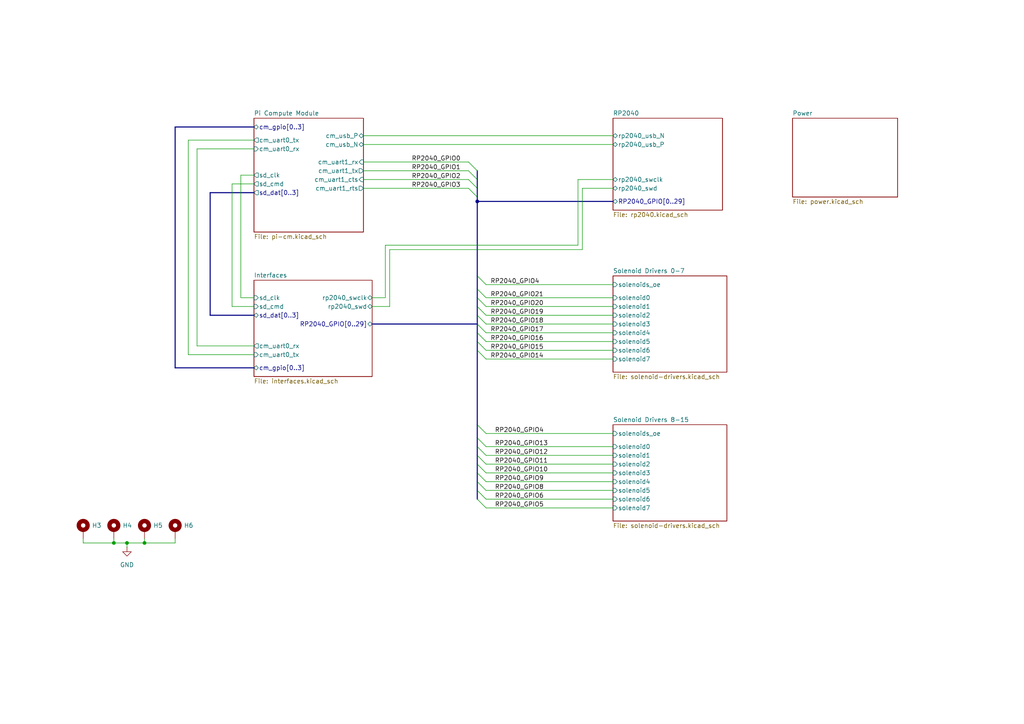
<source format=kicad_sch>
(kicad_sch (version 20250114) (generator "eeschema") (generator_version "9.0")
  (paper "A4")
  (title_block (title "Selectric Typewriter Printer") (company "Dr. Konstantin Schauwecker"))
  (lib_symbols
    (symbol "Mechanical:MountingHole_Pad" (pin_numbers (hide yes)) (pin_names (offset 1.016) (hide yes)) (in_bom no)
      (property "Reference" "H" (at 0 6.35 0))
      (property "Value" "MountingHole_Pad" (at 0 4.445 0))
      (symbol "MountingHole_Pad_0_1"
        (circle (center 0 1.27) (radius 1.27) (stroke (width 1.27)))
      )
      (symbol "MountingHole_Pad_1_1"
        (pin input line (at 0 -2.54 90) (length 2.54) (name "1") (number "1"))
      )
    )
    (symbol "power:GND" (power) (pin_numbers (hide yes)) (pin_names (offset 0) (hide yes))
      (property "Value" "GND" (at 0 -3.81 0))
      (symbol "GND_0_1"
        (polyline (pts (xy 0 0) (xy 0 -1.27) (xy 1.27 -1.27) (xy 0 -2.54) (xy -1.27 -1.27) (xy 0 -1.27)))
      )
      (symbol "GND_1_1"
        (pin power_in line (at 0 0 270) (length 0) (name "~") (number "1"))
      )
    )
  )
  (junction (at 36.83 157.48))
  (junction (at 41.91 157.48))
  (junction (at 138.43 58.42))
  (junction (at 33.02 157.48))
  (bus_entry (at 138.43 86.36) (size 2.54 2.54))
  (bus_entry (at 138.43 127) (size 2.54 2.54))
  (bus_entry (at 138.43 96.52) (size 2.54 2.54))
  (bus_entry (at 138.43 137.16) (size 2.54 2.54))
  (bus_entry (at 138.43 80.01) (size 2.54 2.54))
  (bus_entry (at 138.43 123.19) (size 2.54 2.54))
  (bus_entry (at 138.43 83.82) (size 2.54 2.54))
  (bus_entry (at 138.43 88.9) (size 2.54 2.54))
  (bus_entry (at 138.43 142.24) (size 2.54 2.54))
  (bus_entry (at 138.43 93.98) (size 2.54 2.54))
  (bus_entry (at 138.43 49.53) (size -2.54 -2.54))
  (bus_entry (at 138.43 99.06) (size 2.54 2.54))
  (bus_entry (at 138.43 91.44) (size 2.54 2.54))
  (bus_entry (at 138.43 129.54) (size 2.54 2.54))
  (bus_entry (at 138.43 54.61) (size -2.54 -2.54))
  (bus_entry (at 138.43 134.62) (size 2.54 2.54))
  (bus_entry (at 138.43 132.08) (size 2.54 2.54))
  (bus_entry (at 138.43 52.07) (size -2.54 -2.54))
  (bus_entry (at 138.43 139.7) (size 2.54 2.54))
  (bus_entry (at 138.43 144.78) (size 2.54 2.54))
  (bus_entry (at 138.43 101.6) (size 2.54 2.54))
  (bus_entry (at 138.43 57.15) (size -2.54 -2.54))
  (bus (pts (xy 138.43 129.54) (xy 138.43 127)))
  (wire (pts (xy 140.97 93.98) (xy 177.8 93.98)))
  (bus (pts (xy 138.43 52.07) (xy 138.43 54.61)))
  (bus (pts (xy 138.43 101.6) (xy 138.43 99.06)))
  (bus (pts (xy 138.43 96.52) (xy 138.43 93.98)))
  (bus (pts (xy 60.96 91.44) (xy 73.66 91.44)))
  (bus (pts (xy 50.8 36.83) (xy 73.66 36.83)))
  (wire (pts (xy 41.91 156.21) (xy 41.91 157.48)))
  (bus (pts (xy 138.43 88.9) (xy 138.43 86.36)))
  (bus (pts (xy 50.8 106.68) (xy 50.8 36.83)))
  (bus (pts (xy 138.43 58.42) (xy 177.8 58.42)))
  (wire (pts (xy 36.83 157.48) (xy 36.83 158.75)))
  (wire (pts (xy 111.76 86.36) (xy 107.95 86.36)))
  (wire (pts (xy 140.97 137.16) (xy 177.8 137.16)))
  (wire (pts (xy 140.97 142.24) (xy 177.8 142.24)))
  (wire (pts (xy 105.41 52.07) (xy 135.89 52.07)))
  (wire (pts (xy 140.97 99.06) (xy 177.8 99.06)))
  (bus (pts (xy 73.66 55.88) (xy 60.96 55.88)))
  (wire (pts (xy 168.91 54.61) (xy 168.91 72.39)))
  (wire (pts (xy 140.97 129.54) (xy 177.8 129.54)))
  (wire (pts (xy 140.97 86.36) (xy 177.8 86.36)))
  (bus (pts (xy 138.43 49.53) (xy 138.43 52.07)))
  (wire (pts (xy 54.61 40.64) (xy 54.61 102.87)))
  (wire (pts (xy 24.13 157.48) (xy 33.02 157.48)))
  (wire (pts (xy 140.97 132.08) (xy 177.8 132.08)))
  (wire (pts (xy 140.97 96.52) (xy 177.8 96.52)))
  (bus (pts (xy 138.43 58.42) (xy 138.43 80.01)))
  (bus (pts (xy 138.43 137.16) (xy 138.43 134.62)))
  (wire (pts (xy 140.97 134.62) (xy 177.8 134.62)))
  (bus (pts (xy 138.43 123.19) (xy 138.43 101.6)))
  (wire (pts (xy 73.66 40.64) (xy 54.61 40.64)))
  (wire (pts (xy 67.31 88.9) (xy 67.31 53.34)))
  (wire (pts (xy 57.15 100.33) (xy 73.66 100.33)))
  (bus (pts (xy 138.43 142.24) (xy 138.43 139.7)))
  (wire (pts (xy 140.97 88.9) (xy 177.8 88.9)))
  (wire (pts (xy 177.8 54.61) (xy 168.91 54.61)))
  (wire (pts (xy 140.97 139.7) (xy 177.8 139.7)))
  (wire (pts (xy 111.76 71.12) (xy 111.76 86.36)))
  (wire (pts (xy 140.97 82.55) (xy 177.8 82.55)))
  (wire (pts (xy 54.61 102.87) (xy 73.66 102.87)))
  (wire (pts (xy 105.41 39.37) (xy 177.8 39.37)))
  (wire (pts (xy 140.97 144.78) (xy 177.8 144.78)))
  (wire (pts (xy 140.97 101.6) (xy 177.8 101.6)))
  (wire (pts (xy 105.41 46.99) (xy 135.89 46.99)))
  (bus (pts (xy 138.43 57.15) (xy 138.43 58.42)))
  (wire (pts (xy 67.31 53.34) (xy 73.66 53.34)))
  (wire (pts (xy 113.03 88.9) (xy 107.95 88.9)))
  (wire (pts (xy 177.8 52.07) (xy 167.64 52.07)))
  (wire (pts (xy 57.15 43.18) (xy 57.15 100.33)))
  (wire (pts (xy 69.85 86.36) (xy 73.66 86.36)))
  (wire (pts (xy 140.97 104.14) (xy 177.8 104.14)))
  (wire (pts (xy 36.83 157.48) (xy 41.91 157.48)))
  (wire (pts (xy 140.97 91.44) (xy 177.8 91.44)))
  (bus (pts (xy 138.43 83.82) (xy 138.43 80.01)))
  (wire (pts (xy 140.97 125.73) (xy 177.8 125.73)))
  (wire (pts (xy 50.8 157.48) (xy 50.8 156.21)))
  (bus (pts (xy 138.43 86.36) (xy 138.43 83.82)))
  (bus (pts (xy 138.43 132.08) (xy 138.43 129.54)))
  (wire (pts (xy 24.13 156.21) (xy 24.13 157.48)))
  (bus (pts (xy 138.43 139.7) (xy 138.43 137.16)))
  (bus (pts (xy 107.95 93.98) (xy 138.43 93.98)))
  (wire (pts (xy 140.97 147.32) (xy 177.8 147.32)))
  (wire (pts (xy 105.41 54.61) (xy 135.89 54.61)))
  (wire (pts (xy 41.91 157.48) (xy 50.8 157.48)))
  (bus (pts (xy 138.43 127) (xy 138.43 123.19)))
  (wire (pts (xy 73.66 43.18) (xy 57.15 43.18)))
  (wire (pts (xy 167.64 71.12) (xy 111.76 71.12)))
  (bus (pts (xy 138.43 134.62) (xy 138.43 132.08)))
  (wire (pts (xy 168.91 72.39) (xy 113.03 72.39)))
  (wire (pts (xy 69.85 50.8) (xy 69.85 86.36)))
  (wire (pts (xy 73.66 88.9) (xy 67.31 88.9)))
  (bus (pts (xy 60.96 55.88) (xy 60.96 91.44)))
  (bus (pts (xy 138.43 99.06) (xy 138.43 96.52)))
  (wire (pts (xy 105.41 41.91) (xy 177.8 41.91)))
  (bus (pts (xy 138.43 54.61) (xy 138.43 57.15)))
  (bus (pts (xy 138.43 91.44) (xy 138.43 88.9)))
  (wire (pts (xy 33.02 156.21) (xy 33.02 157.48)))
  (wire (pts (xy 73.66 50.8) (xy 69.85 50.8)))
  (bus (pts (xy 138.43 144.78) (xy 138.43 142.24)))
  (bus (pts (xy 138.43 93.98) (xy 138.43 91.44)))
  (wire (pts (xy 33.02 157.48) (xy 36.83 157.48)))
  (wire (pts (xy 113.03 72.39) (xy 113.03 88.9)))
  (wire (pts (xy 105.41 49.53) (xy 135.89 49.53)))
  (bus (pts (xy 73.66 106.68) (xy 50.8 106.68)))
  (wire (pts (xy 167.64 52.07) (xy 167.64 71.12)))
  (label "RP2040_GPIO8" (at 143.51 142.24 0))
  (label "RP2040_GPIO9" (at 143.51 139.7 0))
  (label "RP2040_GPIO5" (at 143.51 147.32 0))
  (label "RP2040_GPIO18" (at 142.24 93.98 0))
  (label "RP2040_GPIO20" (at 142.24 88.9 0))
  (label "RP2040_GPIO11" (at 143.51 134.62 0))
  (label "RP2040_GPIO13" (at 143.51 129.54 0))
  (label "RP2040_GPIO2" (at 119.38 52.07 0))
  (label "RP2040_GPIO10" (at 143.51 137.16 0))
  (label "RP2040_GPIO14" (at 142.24 104.14 0))
  (label "RP2040_GPIO17" (at 142.24 96.52 0))
  (label "RP2040_GPIO0" (at 119.38 46.99 0))
  (label "RP2040_GPIO21" (at 142.24 86.36 0))
  (label "RP2040_GPIO16" (at 142.24 99.06 0))
  (label "RP2040_GPIO6" (at 143.51 144.78 0))
  (label "RP2040_GPIO12" (at 143.51 132.08 0))
  (label "RP2040_GPIO1" (at 119.38 49.53 0))
  (label "RP2040_GPIO4" (at 143.51 125.73 0))
  (label "RP2040_GPIO4" (at 142.24 82.55 0))
  (label "RP2040_GPIO3" (at 119.38 54.61 0))
  (label "RP2040_GPIO15" (at 142.24 101.6 0))
  (label "RP2040_GPIO19" (at 142.24 91.44 0))
  (symbol (lib_id "Mechanical:MountingHole_Pad") (at 50.8 153.67 0) (unit 1) (in_bom no)
    (property "Reference" "H6" (at 53.34 152.3999 0) (effects (justify left)))
    (property "Value" "MountingHole_Pad" (effects (hide yes)))
    (property "Footprint" "MountingHole:MountingHole_3.2mm_M3_Pad" (effects (hide yes)))
    (property "Description" "Mounting Hole with connection" (effects (hide yes)))
  )
  (symbol (lib_id "Mechanical:MountingHole_Pad") (at 33.02 153.67 0) (unit 1) (in_bom no)
    (property "Reference" "H4" (at 35.56 152.3999 0) (effects (justify left)))
    (property "Value" "MountingHole_Pad" (effects (hide yes)))
    (property "Footprint" "MountingHole:MountingHole_3.2mm_M3_Pad" (effects (hide yes)))
    (property "Description" "Mounting Hole with connection" (effects (hide yes)))
  )
  (symbol (lib_id "Mechanical:MountingHole_Pad") (at 24.13 153.67 0) (unit 1) (in_bom no)
    (property "Reference" "H3" (at 26.67 152.3999 0) (effects (justify left)))
    (property "Value" "MountingHole_Pad" (effects (hide yes)))
    (property "Footprint" "MountingHole:MountingHole_3.2mm_M3_Pad" (effects (hide yes)))
    (property "Description" "Mounting Hole with connection" (effects (hide yes)))
  )
  (symbol (lib_id "power:GND") (at 36.83 158.75 0) (unit 1)
    (property "Reference" "#PWR096" (effects (hide yes)))
    (property "Value" "GND" (at 36.83 163.83 0))
    (property "Description" "Power symbol creates a global label with name \"GND\" , ground" (effects (hide yes)))
  )
  (symbol (lib_id "Mechanical:MountingHole_Pad") (at 41.91 153.67 0) (unit 1) (in_bom no)
    (property "Reference" "H5" (at 44.45 152.3999 0) (effects (justify left)))
    (property "Value" "MountingHole_Pad" (effects (hide yes)))
    (property "Footprint" "MountingHole:MountingHole_3.2mm_M3_Pad" (effects (hide yes)))
    (property "Description" "Mounting Hole with connection" (effects (hide yes)))
  )
  (sheet (at 229.87 34.29) (size 30.48 22.86) (stroke (width 0.1524))
    (property "Sheetname" "Power" (at 229.87 33.5784 0) (effects (justify left bottom)))
    (property "Sheetfile" "power.kicad_sch" (at 229.87 57.7346 0) (effects (justify left top)))
  )
  (sheet (at 73.66 81.28) (size 34.29 27.94) (stroke (width 0.1524))
    (property "Sheetname" "Interfaces" (at 73.66 80.5684 0) (effects (justify left bottom)))
    (property "Sheetfile" "interfaces.kicad_sch" (at 73.66 109.8046 0) (effects (justify left top)))
    (pin "sd_dat[0..3]" bidirectional (at 73.66 91.44 180))
    (pin "sd_clk" input (at 73.66 86.36 180))
    (pin "sd_cmd" input (at 73.66 88.9 180))
    (pin "rp2040_swd" bidirectional (at 107.95 88.9 0))
    (pin "rp2040_swclk" bidirectional (at 107.95 86.36 0))
    (pin "RP2040_GPIO[0..29]" bidirectional (at 107.95 93.98 0))
    (pin "cm_uart0_tx" input (at 73.66 102.87 180))
    (pin "cm_uart0_rx" output (at 73.66 100.33 180))
    (pin "cm_gpio[0..3]" bidirectional (at 73.66 106.68 180))
  )
  (sheet (at 177.8 123.19) (size 33.02 27.94) (stroke (width 0.1524))
    (property "Sheetname" "Solenoid Drivers 8-15" (at 177.8 122.4784 0) (effects (justify left bottom)))
    (property "Sheetfile" "solenoid-drivers.kicad_sch" (at 177.8 151.7146 0) (effects (justify left top)))
    (pin "solenoids_oe" input (at 177.8 125.73 180))
    (pin "solenoid2" input (at 177.8 134.62 180))
    (pin "solenoid0" input (at 177.8 129.54 180))
    (pin "solenoid3" input (at 177.8 137.16 180))
    (pin "solenoid7" input (at 177.8 147.32 180))
    (pin "solenoid4" input (at 177.8 139.7 180))
    (pin "solenoid5" input (at 177.8 142.24 180))
    (pin "solenoid6" input (at 177.8 144.78 180))
    (pin "solenoid1" input (at 177.8 132.08 180))
  )
  (sheet (at 177.8 80.01) (size 33.02 27.94) (stroke (width 0.1524))
    (property "Sheetname" "Solenoid Drivers 0-7" (at 177.8 79.2984 0) (effects (justify left bottom)))
    (property "Sheetfile" "solenoid-drivers.kicad_sch" (at 177.8 108.5346 0) (effects (justify left top)))
    (pin "solenoids_oe" input (at 177.8 82.55 180))
    (pin "solenoid2" input (at 177.8 91.44 180))
    (pin "solenoid0" input (at 177.8 86.36 180))
    (pin "solenoid3" input (at 177.8 93.98 180))
    (pin "solenoid7" input (at 177.8 104.14 180))
    (pin "solenoid4" input (at 177.8 96.52 180))
    (pin "solenoid5" input (at 177.8 99.06 180))
    (pin "solenoid6" input (at 177.8 101.6 180))
    (pin "solenoid1" input (at 177.8 88.9 180))
  )
  (sheet (at 177.8 34.29) (size 31.75 26.67) (stroke (width 0.1524))
    (property "Sheetname" "RP2040" (at 177.8 33.5784 0) (effects (justify left bottom)))
    (property "Sheetfile" "rp2040.kicad_sch" (at 177.8 61.5446 0) (effects (justify left top)))
    (pin "RP2040_GPIO[0..29]" bidirectional (at 177.8 58.42 180))
    (pin "rp2040_usb_N" bidirectional (at 177.8 39.37 180))
    (pin "rp2040_usb_P" bidirectional (at 177.8 41.91 180))
    (pin "rp2040_swclk" bidirectional (at 177.8 52.07 180))
    (pin "rp2040_swd" bidirectional (at 177.8 54.61 180))
  )
  (sheet (at 73.66 34.29) (size 31.75 33.02) (stroke (width 0.1524))
    (property "Sheetname" "Pi Compute Module" (at 73.66 33.5784 0) (effects (justify left bottom)))
    (property "Sheetfile" "pi-cm.kicad_sch" (at 73.66 67.8946 0) (effects (justify left top)))
    (pin "cm_usb_P" bidirectional (at 105.41 39.37 0))
    (pin "cm_usb_N" bidirectional (at 105.41 41.91 0))
    (pin "sd_cmd" output (at 73.66 53.34 180))
    (pin "sd_dat[0..3]" output (at 73.66 55.88 180))
    (pin "sd_clk" output (at 73.66 50.8 180))
    (pin "cm_uart1_tx" output (at 105.41 49.53 0))
    (pin "cm_uart1_cts" input (at 105.41 52.07 0))
    (pin "cm_uart1_rx" input (at 105.41 46.99 0))
    (pin "cm_uart1_rts" output (at 105.41 54.61 0))
    (pin "cm_uart0_rx" input (at 73.66 43.18 180))
    (pin "cm_uart0_tx" output (at 73.66 40.64 180))
    (pin "cm_gpio[0..3]" bidirectional (at 73.66 36.83 180))
  )
)
</source>
